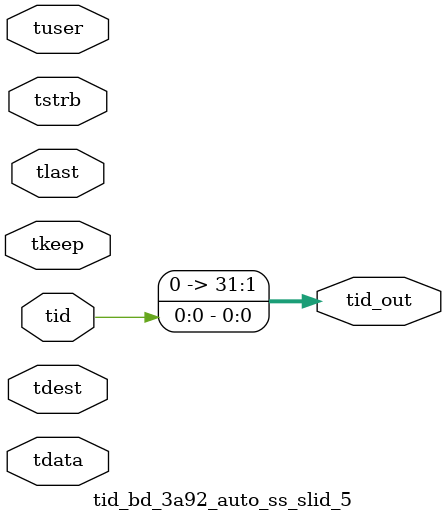
<source format=v>


`timescale 1ps/1ps

module tid_bd_3a92_auto_ss_slid_5 #
(
parameter C_S_AXIS_TID_WIDTH   = 1,
parameter C_S_AXIS_TUSER_WIDTH = 0,
parameter C_S_AXIS_TDATA_WIDTH = 0,
parameter C_S_AXIS_TDEST_WIDTH = 0,
parameter C_M_AXIS_TID_WIDTH   = 32
)
(
input  [(C_S_AXIS_TID_WIDTH   == 0 ? 1 : C_S_AXIS_TID_WIDTH)-1:0       ] tid,
input  [(C_S_AXIS_TDATA_WIDTH == 0 ? 1 : C_S_AXIS_TDATA_WIDTH)-1:0     ] tdata,
input  [(C_S_AXIS_TUSER_WIDTH == 0 ? 1 : C_S_AXIS_TUSER_WIDTH)-1:0     ] tuser,
input  [(C_S_AXIS_TDEST_WIDTH == 0 ? 1 : C_S_AXIS_TDEST_WIDTH)-1:0     ] tdest,
input  [(C_S_AXIS_TDATA_WIDTH/8)-1:0 ] tkeep,
input  [(C_S_AXIS_TDATA_WIDTH/8)-1:0 ] tstrb,
input                                                                    tlast,
output [(C_M_AXIS_TID_WIDTH   == 0 ? 1 : C_M_AXIS_TID_WIDTH)-1:0       ] tid_out
);

assign tid_out = {tid[0:0]};

endmodule


</source>
